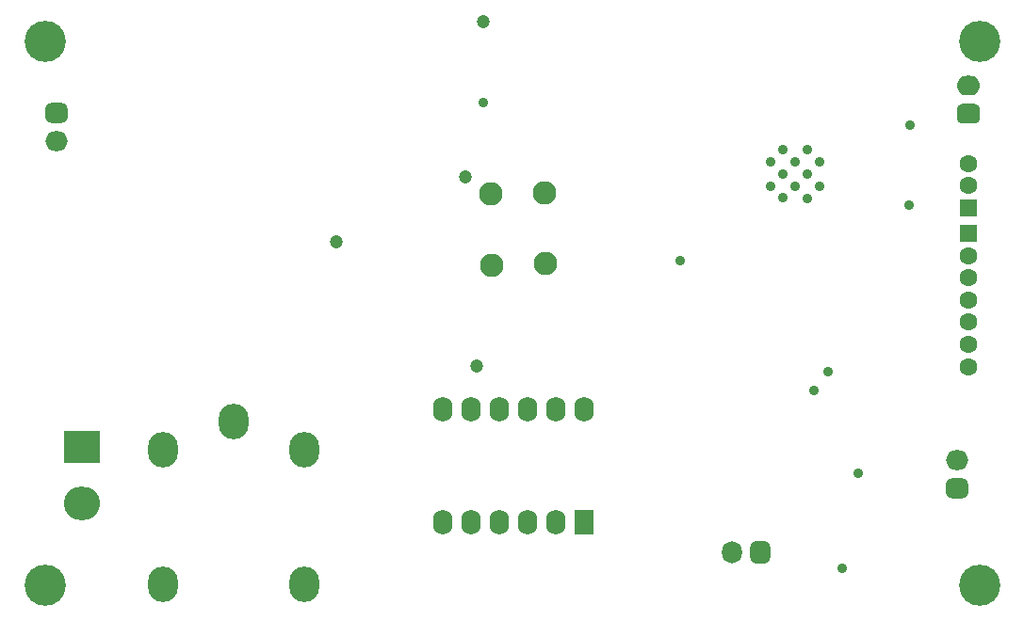
<source format=gbs>
G04*
G04 #@! TF.GenerationSoftware,Altium Limited,Altium Designer,21.0.8 (223)*
G04*
G04 Layer_Color=16711935*
%FSTAX25Y25*%
%MOIN*%
G70*
G04*
G04 #@! TF.SameCoordinates,ACC495E8-7B1D-45BE-8A89-05A210FF911E*
G04*
G04*
G04 #@! TF.FilePolarity,Negative*
G04*
G01*
G75*
%ADD77C,0.03556*%
%ADD78O,0.12800X0.11800*%
%ADD79R,0.12800X0.11800*%
%ADD80C,0.06312*%
%ADD81R,0.06312X0.06312*%
%ADD82C,0.08300*%
%ADD83O,0.10642X0.12611*%
G04:AMPARAMS|DCode=84|XSize=78.87mil|YSize=70.99mil|CornerRadius=19.75mil|HoleSize=0mil|Usage=FLASHONLY|Rotation=270.000|XOffset=0mil|YOffset=0mil|HoleType=Round|Shape=RoundedRectangle|*
%AMROUNDEDRECTD84*
21,1,0.07887,0.03150,0,0,270.0*
21,1,0.03937,0.07099,0,0,270.0*
1,1,0.03950,-0.01575,-0.01968*
1,1,0.03950,-0.01575,0.01968*
1,1,0.03950,0.01575,0.01968*
1,1,0.03950,0.01575,-0.01968*
%
%ADD84ROUNDEDRECTD84*%
%ADD85O,0.07099X0.07887*%
%ADD86O,0.08300X0.07000*%
G04:AMPARAMS|DCode=87|XSize=70mil|YSize=83mil|CornerRadius=19.5mil|HoleSize=0mil|Usage=FLASHONLY|Rotation=90.000|XOffset=0mil|YOffset=0mil|HoleType=Round|Shape=RoundedRectangle|*
%AMROUNDEDRECTD87*
21,1,0.07000,0.04400,0,0,90.0*
21,1,0.03100,0.08300,0,0,90.0*
1,1,0.03900,0.02200,0.01550*
1,1,0.03900,0.02200,-0.01550*
1,1,0.03900,-0.02200,-0.01550*
1,1,0.03900,-0.02200,0.01550*
%
%ADD87ROUNDEDRECTD87*%
%ADD88O,0.07887X0.07099*%
G04:AMPARAMS|DCode=89|XSize=78.87mil|YSize=70.99mil|CornerRadius=19.75mil|HoleSize=0mil|Usage=FLASHONLY|Rotation=180.000|XOffset=0mil|YOffset=0mil|HoleType=Round|Shape=RoundedRectangle|*
%AMROUNDEDRECTD89*
21,1,0.07887,0.03150,0,0,180.0*
21,1,0.03937,0.07099,0,0,180.0*
1,1,0.03950,-0.01968,0.01575*
1,1,0.03950,0.01968,0.01575*
1,1,0.03950,0.01968,-0.01575*
1,1,0.03950,-0.01968,-0.01575*
%
%ADD89ROUNDEDRECTD89*%
%ADD90O,0.06800X0.08800*%
%ADD91R,0.06800X0.08800*%
%ADD92C,0.04737*%
%ADD93C,0.14580*%
D77*
X0381606Y0268468D02*
D03*
X0372819Y0268957D02*
D03*
X0386Y0272862D02*
D03*
X0377213D02*
D03*
X0368425D02*
D03*
X0381606Y0277256D02*
D03*
X0372819D02*
D03*
X0386Y028165D02*
D03*
X0377213D02*
D03*
X0368425D02*
D03*
X0381606Y0286043D02*
D03*
X0372819D02*
D03*
X041752Y0266437D02*
D03*
X0417913Y0294587D02*
D03*
X0266929Y0302756D02*
D03*
X03365Y0246685D02*
D03*
X0384Y0200685D02*
D03*
X0389Y0207185D02*
D03*
X03995Y0171185D02*
D03*
X0394Y0137685D02*
D03*
D78*
X0125Y0160685D02*
D03*
D79*
Y0180685D02*
D03*
D80*
X04385Y0209063D02*
D03*
Y0216937D02*
D03*
Y0224811D02*
D03*
Y0232685D02*
D03*
Y0240559D02*
D03*
Y0248433D02*
D03*
X0438583Y0273228D02*
D03*
Y0281102D02*
D03*
D81*
X04385Y0256307D02*
D03*
X0438583Y0265354D02*
D03*
D82*
X0269876Y0245069D02*
D03*
X0288676Y0270469D02*
D03*
X0269476Y0270169D02*
D03*
X0288976Y0245669D02*
D03*
D83*
X01785Y0189685D02*
D03*
X02035Y0179685D02*
D03*
X01535D02*
D03*
X02035Y0131811D02*
D03*
X01535D02*
D03*
D84*
X0364843Y0143307D02*
D03*
D85*
X0354842D02*
D03*
D86*
X04385Y03085D02*
D03*
D87*
Y02985D02*
D03*
D88*
X04345Y0176D02*
D03*
X0115748Y0288976D02*
D03*
D89*
X04345Y0166D02*
D03*
X0115748Y0298976D02*
D03*
D90*
X0252665Y0193803D02*
D03*
X0262665D02*
D03*
X0272665D02*
D03*
X0282665D02*
D03*
X0292665D02*
D03*
X0302665D02*
D03*
X0252665Y0153803D02*
D03*
X0262665D02*
D03*
X0272665D02*
D03*
X0282665D02*
D03*
X0292665D02*
D03*
D91*
X0302665D02*
D03*
D92*
X02647Y0209336D02*
D03*
X02605Y0276406D02*
D03*
X0215Y0253185D02*
D03*
X0267Y0331283D02*
D03*
D93*
X044252Y032441D02*
D03*
Y0131496D02*
D03*
X0111811D02*
D03*
Y032441D02*
D03*
M02*

</source>
